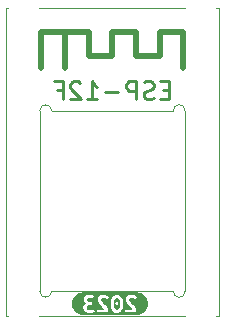
<source format=gbr>
G04 #@! TF.GenerationSoftware,KiCad,Pcbnew,6.0.10+dfsg-1~bpo11+1*
G04 #@! TF.ProjectId,bot,626f742e-6b69-4636-9164-5f7063625858,rev?*
G04 #@! TF.SameCoordinates,Original*
G04 #@! TF.FileFunction,Legend,Bot*
G04 #@! TF.FilePolarity,Positive*
%FSLAX46Y46*%
G04 Gerber Fmt 4.6, Leading zero omitted, Abs format (unit mm)*
%MOMM*%
%LPD*%
G01*
G04 APERTURE LIST*
%ADD10C,0.250000*%
G04 #@! TA.AperFunction,Profile*
%ADD11C,0.120000*%
G04 #@! TD*
%ADD12C,0.500000*%
%ADD13C,0.900000*%
%ADD14C,2.500000*%
%ADD15C,1.050000*%
G04 APERTURE END LIST*
D10*
X140285714Y-106892857D02*
X139785714Y-106892857D01*
X139571428Y-107678571D02*
X140285714Y-107678571D01*
X140285714Y-106178571D01*
X139571428Y-106178571D01*
X139000000Y-107607142D02*
X138785714Y-107678571D01*
X138428571Y-107678571D01*
X138285714Y-107607142D01*
X138214285Y-107535714D01*
X138142857Y-107392857D01*
X138142857Y-107250000D01*
X138214285Y-107107142D01*
X138285714Y-107035714D01*
X138428571Y-106964285D01*
X138714285Y-106892857D01*
X138857142Y-106821428D01*
X138928571Y-106750000D01*
X139000000Y-106607142D01*
X139000000Y-106464285D01*
X138928571Y-106321428D01*
X138857142Y-106250000D01*
X138714285Y-106178571D01*
X138357142Y-106178571D01*
X138142857Y-106250000D01*
X137500000Y-107678571D02*
X137500000Y-106178571D01*
X136928571Y-106178571D01*
X136785714Y-106250000D01*
X136714285Y-106321428D01*
X136642857Y-106464285D01*
X136642857Y-106678571D01*
X136714285Y-106821428D01*
X136785714Y-106892857D01*
X136928571Y-106964285D01*
X137500000Y-106964285D01*
X136000000Y-107107142D02*
X134857142Y-107107142D01*
X133357142Y-107678571D02*
X134214285Y-107678571D01*
X133785714Y-107678571D02*
X133785714Y-106178571D01*
X133928571Y-106392857D01*
X134071428Y-106535714D01*
X134214285Y-106607142D01*
X132785714Y-106321428D02*
X132714285Y-106250000D01*
X132571428Y-106178571D01*
X132214285Y-106178571D01*
X132071428Y-106250000D01*
X132000000Y-106321428D01*
X131928571Y-106464285D01*
X131928571Y-106607142D01*
X132000000Y-106821428D01*
X132857142Y-107678571D01*
X131928571Y-107678571D01*
X130785714Y-106892857D02*
X131285714Y-106892857D01*
X131285714Y-107678571D02*
X131285714Y-106178571D01*
X130571428Y-106178571D01*
D11*
X126500000Y-100000000D02*
X144500000Y-100000000D01*
X144500000Y-100000000D02*
X144500000Y-126000000D01*
X144500000Y-126000000D02*
X126500000Y-126000000D01*
X126500000Y-126000000D02*
X126500000Y-100000000D01*
D12*
X135500000Y-102000000D02*
X137500000Y-102000000D01*
X135500000Y-104000000D02*
X135500000Y-102000000D01*
X139500000Y-104000000D02*
X139500000Y-102000000D01*
X137500000Y-102000000D02*
X137500000Y-104000000D01*
X133500000Y-104000000D02*
X135500000Y-104000000D01*
X129500000Y-102000000D02*
X133500000Y-102000000D01*
X137500000Y-104000000D02*
X139500000Y-104000000D01*
X131500000Y-105000000D02*
X131500000Y-102000000D01*
X133500000Y-102000000D02*
X133500000Y-104000000D01*
X129500000Y-105000000D02*
X129500000Y-102000000D01*
X139500000Y-102000000D02*
X141500000Y-102000000D01*
X141500000Y-102000000D02*
X141500000Y-105000000D01*
D11*
X129350000Y-108650000D02*
X129350000Y-123950000D01*
X140650000Y-108650000D02*
X130350000Y-108650000D01*
X141650000Y-123950000D02*
X141650000Y-108650000D01*
X130350000Y-123950000D02*
X140650000Y-123950000D01*
X141650000Y-108650000D02*
G75*
G03*
X140650000Y-108650000I-500000J0D01*
G01*
X140650000Y-123950000D02*
G75*
G03*
X141650000Y-123950000I500000J0D01*
G01*
X129350000Y-123950000D02*
G75*
G03*
X130350000Y-123950000I500000J0D01*
G01*
X130350000Y-108650000D02*
G75*
G03*
X129350000Y-108650000I-500000J0D01*
G01*
G36*
X132839323Y-125948989D02*
G01*
X132657812Y-125893929D01*
X132490530Y-125804514D01*
X132343906Y-125684183D01*
X132223575Y-125537559D01*
X132134161Y-125370277D01*
X132112854Y-125300038D01*
X133028288Y-125300038D01*
X133061625Y-125488156D01*
X133164019Y-125636984D01*
X133242600Y-125692944D01*
X133340231Y-125734616D01*
X133457508Y-125760512D01*
X133595025Y-125769144D01*
X133710516Y-125760809D01*
X133827197Y-125740569D01*
X133836613Y-125738188D01*
X134192719Y-125738188D01*
X135154744Y-125738188D01*
X135160697Y-125678656D01*
X135159506Y-125628650D01*
X135148493Y-125514350D01*
X135115453Y-125409575D01*
X135065447Y-125313432D01*
X135003534Y-125225028D01*
X134933288Y-125143470D01*
X134858278Y-125067866D01*
X134784211Y-124997619D01*
X135376200Y-124997619D01*
X135384386Y-125180380D01*
X135408942Y-125338138D01*
X135449870Y-125470892D01*
X135507169Y-125578644D01*
X135607710Y-125684477D01*
X135734710Y-125747977D01*
X135888169Y-125769144D01*
X136041627Y-125747977D01*
X136061205Y-125738188D01*
X136573969Y-125738188D01*
X137535994Y-125738188D01*
X137541947Y-125678656D01*
X137540756Y-125628650D01*
X137529743Y-125514350D01*
X137496703Y-125409575D01*
X137446697Y-125313432D01*
X137384784Y-125225028D01*
X137314538Y-125143470D01*
X137239528Y-125067866D01*
X137164519Y-124996726D01*
X137094272Y-124928563D01*
X136982353Y-124799975D01*
X136938300Y-124673769D01*
X136993069Y-124534466D01*
X137131181Y-124485650D01*
X137276438Y-124518988D01*
X137426456Y-124630906D01*
X137571713Y-124426119D01*
X137469021Y-124339203D01*
X137351447Y-124278481D01*
X137226729Y-124242763D01*
X137102606Y-124230856D01*
X136928775Y-124257050D01*
X136781138Y-124335631D01*
X136678744Y-124467791D01*
X136640644Y-124652338D01*
X136669219Y-124798784D01*
X136745419Y-124935706D01*
X136852575Y-125064294D01*
X136974019Y-125183356D01*
X137045456Y-125251222D01*
X137121656Y-125332184D01*
X137182378Y-125416719D01*
X137207381Y-125495300D01*
X136573969Y-125495300D01*
X136573969Y-125738188D01*
X136061205Y-125738188D01*
X136168627Y-125684477D01*
X136269169Y-125578644D01*
X136326468Y-125470892D01*
X136367395Y-125338138D01*
X136391952Y-125180380D01*
X136400138Y-124997619D01*
X136391803Y-124816941D01*
X136366800Y-124660672D01*
X136325128Y-124528810D01*
X136266788Y-124421356D01*
X136165452Y-124315523D01*
X136039246Y-124252023D01*
X135888169Y-124230856D01*
X135734710Y-124251891D01*
X135607710Y-124314994D01*
X135507169Y-124420166D01*
X135449870Y-124527247D01*
X135408942Y-124659184D01*
X135384386Y-124815974D01*
X135376200Y-124997619D01*
X134784211Y-124997619D01*
X134783269Y-124996726D01*
X134713022Y-124928563D01*
X134601103Y-124799975D01*
X134557050Y-124673769D01*
X134611819Y-124534466D01*
X134749931Y-124485650D01*
X134895188Y-124518988D01*
X135045206Y-124630906D01*
X135190463Y-124426119D01*
X135087771Y-124339203D01*
X134970197Y-124278481D01*
X134845479Y-124242763D01*
X134721356Y-124230856D01*
X134547525Y-124257050D01*
X134399888Y-124335631D01*
X134297494Y-124467791D01*
X134259394Y-124652338D01*
X134287969Y-124798784D01*
X134364169Y-124935706D01*
X134471325Y-125064294D01*
X134592769Y-125183356D01*
X134664206Y-125251222D01*
X134740406Y-125332184D01*
X134801128Y-125416719D01*
X134826131Y-125495300D01*
X134192719Y-125495300D01*
X134192719Y-125738188D01*
X133836613Y-125738188D01*
X133930781Y-125714375D01*
X134004600Y-125688181D01*
X133947450Y-125442913D01*
X133805766Y-125492919D01*
X133710218Y-125512564D01*
X133597406Y-125519113D01*
X133469712Y-125503039D01*
X133386666Y-125454819D01*
X133325944Y-125295275D01*
X133349161Y-125196155D01*
X133418813Y-125132159D01*
X133524183Y-125097334D01*
X133654556Y-125085725D01*
X133745044Y-125085725D01*
X133745044Y-124842838D01*
X133635506Y-124842838D01*
X133545019Y-124833313D01*
X133464056Y-124802356D01*
X133405716Y-124745206D01*
X133383094Y-124654719D01*
X133431909Y-124527322D01*
X133566450Y-124480888D01*
X133731947Y-124508272D01*
X133873631Y-124576138D01*
X133978406Y-124361825D01*
X133808147Y-124274909D01*
X133695335Y-124241870D01*
X133568831Y-124230856D01*
X133453043Y-124238595D01*
X133353328Y-124261813D01*
X133202119Y-124348728D01*
X133114013Y-124480888D01*
X133085438Y-124645194D01*
X133135444Y-124814263D01*
X133268794Y-124938088D01*
X133167293Y-124997023D01*
X133091391Y-125078581D01*
X133044063Y-125180380D01*
X133028288Y-125300038D01*
X132112854Y-125300038D01*
X132079100Y-125188766D01*
X132060508Y-125000000D01*
X132079100Y-124811234D01*
X132134161Y-124629723D01*
X132223575Y-124462441D01*
X132343906Y-124315817D01*
X132490530Y-124195486D01*
X132657812Y-124106071D01*
X132839323Y-124051011D01*
X133028089Y-124032419D01*
X137571911Y-124032419D01*
X137760677Y-124051011D01*
X137942188Y-124106071D01*
X138109470Y-124195486D01*
X138256094Y-124315817D01*
X138376425Y-124462441D01*
X138465839Y-124629723D01*
X138520900Y-124811234D01*
X138539492Y-125000000D01*
X138520900Y-125188766D01*
X138465839Y-125370277D01*
X138376425Y-125537559D01*
X138256094Y-125684183D01*
X138109470Y-125804514D01*
X137942188Y-125893929D01*
X137760677Y-125948989D01*
X137571911Y-125967581D01*
X133028089Y-125967581D01*
X132839323Y-125948989D01*
G37*
G36*
X135703622Y-125384572D02*
G01*
X135668565Y-125282840D01*
X135647530Y-125153855D01*
X135640519Y-124997619D01*
X135641597Y-124973806D01*
X135754819Y-124973806D01*
X135791728Y-125084534D01*
X135885788Y-125130969D01*
X135983419Y-125084534D01*
X136019138Y-124973806D01*
X135983419Y-124861888D01*
X135885788Y-124814263D01*
X135791728Y-124861888D01*
X135754819Y-124973806D01*
X135641597Y-124973806D01*
X135647530Y-124842705D01*
X135668565Y-124714515D01*
X135703622Y-124613047D01*
X135781310Y-124513927D01*
X135888169Y-124480888D01*
X135993539Y-124513927D01*
X136071525Y-124613047D01*
X136107244Y-124714515D01*
X136128675Y-124842705D01*
X136135819Y-124997619D01*
X136128675Y-125153855D01*
X136107244Y-125282840D01*
X136071525Y-125384572D01*
X135993539Y-125483691D01*
X135888169Y-125516731D01*
X135885788Y-125515995D01*
X135781310Y-125483691D01*
X135703622Y-125384572D01*
G37*
%LPC*%
D13*
X131500000Y-125000000D03*
X128500000Y-106000000D03*
X142500000Y-103000000D03*
D14*
X128000000Y-100000000D03*
X143000000Y-100000000D03*
X143000000Y-126000000D03*
X128000000Y-126000000D03*
D15*
X128500000Y-111600000D03*
X142500000Y-123600000D03*
X142500000Y-121600000D03*
X128500000Y-113600000D03*
X128500000Y-115600000D03*
X142500000Y-111600000D03*
X142500000Y-119600000D03*
X128500000Y-109600000D03*
X142500000Y-109600000D03*
X142500000Y-115600000D03*
X128500000Y-121600000D03*
X142500000Y-113600000D03*
X142500000Y-117600000D03*
X128500000Y-119600000D03*
X128500000Y-123600000D03*
X128500000Y-117600000D03*
M02*

</source>
